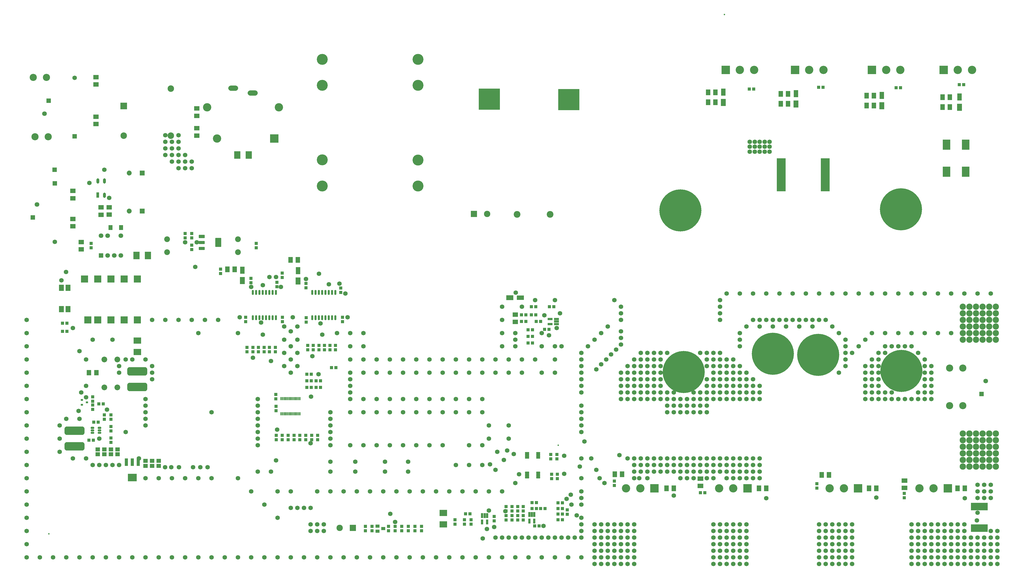
<source format=gbr>
G04 EAGLE Gerber RS-274X export*
G75*
%MOMM*%
%FSLAX34Y34*%
%LPD*%
%INSoldermask Top*%
%IPPOS*%
%AMOC8*
5,1,8,0,0,1.08239X$1,22.5*%
G01*
%ADD10C,0.553200*%
%ADD11R,1.303200X1.203200*%
%ADD12R,1.203200X1.303200*%
%ADD13C,2.203200*%
%ADD14R,1.703200X1.503200*%
%ADD15R,1.879600X1.879600*%
%ADD16C,1.879600*%
%ADD17R,1.753200X1.753200*%
%ADD18C,1.753200*%
%ADD19R,2.003200X1.803200*%
%ADD20R,2.703200X1.803200*%
%ADD21R,2.703200X1.903200*%
%ADD22R,1.803200X2.703200*%
%ADD23R,1.903200X2.703200*%
%ADD24R,3.003200X4.003200*%
%ADD25R,2.946200X2.362200*%
%ADD26R,2.362200X2.946200*%
%ADD27R,0.508000X1.193800*%
%ADD28C,0.506016*%
%ADD29C,0.431109*%
%ADD30R,1.828800X0.812800*%
%ADD31R,0.812800X1.828800*%
%ADD32R,1.803200X1.803200*%
%ADD33C,1.803200*%
%ADD34R,3.503200X2.903200*%
%ADD35R,1.203200X2.903200*%
%ADD36C,0.409087*%
%ADD37C,0.405575*%
%ADD38R,3.203200X3.203200*%
%ADD39C,3.203200*%
%ADD40R,3.353200X12.703200*%
%ADD41R,1.603200X1.203200*%
%ADD42R,1.903200X2.403200*%
%ADD43R,2.006200X1.803200*%
%ADD44R,1.803200X2.203200*%
%ADD45R,2.203200X1.803200*%
%ADD46R,6.403200X2.903200*%
%ADD47R,1.803200X2.006200*%
%ADD48C,2.603200*%
%ADD49C,16.203200*%
%ADD50R,2.743200X2.743200*%
%ADD51C,1.697694*%
%ADD52C,2.003200*%
%ADD53R,0.903200X0.803200*%
%ADD54R,0.803200X0.703200*%
%ADD55C,2.743200*%
%ADD56C,2.403200*%
%ADD57C,2.453200*%
%ADD58C,4.219200*%
%ADD59R,2.503200X2.503200*%
%ADD60C,2.503200*%
%ADD61R,1.603200X1.843200*%
%ADD62R,1.069200X2.006200*%
%ADD63C,1.069200*%
%ADD64R,2.453200X2.453200*%
%ADD65R,8.203200X8.203200*%


D10*
X2734310Y2039620D03*
X2095500Y381000D03*
X135890Y39370D03*
D11*
X1518920Y51190D03*
X1518920Y68190D03*
D12*
X1009461Y576190D03*
X1009461Y559190D03*
D11*
X1991750Y882650D03*
X2008750Y882650D03*
X1996050Y825500D03*
X1979050Y825500D03*
X2027800Y857250D03*
X2010800Y857250D03*
X1145150Y654345D03*
X1128150Y654345D03*
X2059550Y827193D03*
X2042550Y827193D03*
D12*
X892803Y856370D03*
X892803Y873370D03*
X1034612Y856370D03*
X1034612Y873370D03*
X913845Y1023230D03*
X913845Y1006230D03*
X1013744Y1007990D03*
X1013744Y990990D03*
X963930Y740800D03*
X963930Y757800D03*
X920750Y740800D03*
X920750Y757800D03*
X1125622Y855100D03*
X1125622Y872100D03*
X1265300Y856370D03*
X1265300Y873370D03*
X1125220Y987180D03*
X1125220Y1004180D03*
X1259263Y986400D03*
X1259263Y969400D03*
X1196118Y748420D03*
X1196118Y765420D03*
X1153369Y748420D03*
X1153369Y765420D03*
X796595Y1058790D03*
X796595Y1041790D03*
X1033780Y1043550D03*
X1033780Y1026550D03*
X2090316Y345050D03*
X2090316Y328050D03*
X2066290Y328050D03*
X2066290Y345050D03*
X2091690Y268850D03*
X2091690Y251850D03*
X2070100Y251850D03*
X2070100Y268850D03*
X3090276Y215450D03*
X3090276Y232450D03*
X3426737Y178750D03*
X3426737Y195750D03*
D11*
X2659300Y197656D03*
X2642300Y197656D03*
D12*
X2311630Y226150D03*
X2311630Y243150D03*
D11*
X2094620Y137160D03*
X2111620Y137160D03*
X2111620Y115570D03*
X2094620Y115570D03*
D12*
X2129790Y131690D03*
X2129790Y114690D03*
X1917700Y93100D03*
X1917700Y110100D03*
D11*
X2021450Y69850D03*
X2004450Y69850D03*
D12*
X1939290Y127390D03*
X1939290Y144390D03*
X1493520Y68190D03*
X1493520Y51190D03*
X1544320Y51190D03*
X1544320Y68190D03*
X1734820Y76590D03*
X1734820Y93590D03*
X1760220Y76590D03*
X1760220Y93590D03*
X1849134Y89290D03*
X1849134Y106290D03*
X1009650Y513470D03*
X1009650Y530470D03*
D13*
X349650Y711200D03*
X399650Y711200D03*
X349650Y603250D03*
X399650Y603250D03*
D12*
X304800Y567300D03*
X304800Y550300D03*
D11*
X309000Y469900D03*
X326000Y469900D03*
X289950Y400050D03*
X306950Y400050D03*
D14*
X400050Y365100D03*
X400050Y346100D03*
X374650Y365100D03*
X374650Y346100D03*
X349250Y365100D03*
X349250Y346100D03*
D15*
X494900Y1282700D03*
D16*
X444900Y1282700D03*
D15*
X494900Y1428750D03*
D16*
X444900Y1428750D03*
D17*
X158750Y1388850D03*
D18*
X158750Y1163850D03*
D19*
X260350Y1135350D03*
X260350Y1163350D03*
D12*
X298450Y1140850D03*
X298450Y1157850D03*
D19*
X368300Y1296700D03*
X368300Y1268700D03*
D14*
X323850Y365100D03*
X323850Y346100D03*
X558800Y301650D03*
X558800Y320650D03*
X533400Y301650D03*
X533400Y320650D03*
X508000Y301650D03*
X508000Y320650D03*
D13*
X590550Y1174350D03*
X590550Y1124350D03*
D12*
X685800Y1134500D03*
X685800Y1151500D03*
X933450Y1140850D03*
X933450Y1157850D03*
D13*
X863600Y1174350D03*
X863600Y1124350D03*
D17*
X234950Y1570250D03*
D18*
X234950Y1795250D03*
D20*
X1949500Y948571D03*
D21*
X1909500Y948571D03*
D22*
X880110Y1055050D03*
D23*
X880110Y1015050D03*
D22*
X2730500Y1740850D03*
D23*
X2730500Y1700850D03*
D22*
X3009900Y1734500D03*
D23*
X3009900Y1694500D03*
D22*
X3340100Y1728150D03*
D23*
X3340100Y1688150D03*
D22*
X3638550Y1721800D03*
D23*
X3638550Y1681800D03*
D22*
X1094310Y1053145D03*
D23*
X1094310Y1013145D03*
D24*
X3662850Y1433830D03*
X3588850Y1433830D03*
X3588850Y1537970D03*
X3662850Y1537970D03*
D25*
X1653540Y75690D03*
X1653540Y119890D03*
X476250Y739900D03*
X476250Y784100D03*
D26*
X517400Y1111250D03*
X473200Y1111250D03*
X860550Y1498600D03*
X904750Y1498600D03*
D27*
X1029780Y501682D03*
X1036280Y501682D03*
X1042780Y501682D03*
X1049280Y501682D03*
X1055780Y501682D03*
X1062280Y501682D03*
X1068780Y501682D03*
X1075280Y501682D03*
X1081780Y501682D03*
X1088280Y501682D03*
X1094780Y501682D03*
X1101280Y501682D03*
X1101280Y560038D03*
X1094780Y560038D03*
X1088280Y560038D03*
X1081780Y560038D03*
X1075280Y560038D03*
X1068780Y560038D03*
X1062280Y560038D03*
X1055780Y560038D03*
X1049280Y560038D03*
X1042780Y560038D03*
X1036280Y560038D03*
X1029780Y560038D03*
D28*
X922249Y962564D02*
X922249Y976036D01*
X922249Y962564D02*
X919277Y962564D01*
X919277Y976036D01*
X922249Y976036D01*
X922249Y967371D02*
X919277Y967371D01*
X919277Y972178D02*
X922249Y972178D01*
X934949Y976036D02*
X934949Y962564D01*
X931977Y962564D01*
X931977Y976036D01*
X934949Y976036D01*
X934949Y967371D02*
X931977Y967371D01*
X931977Y972178D02*
X934949Y972178D01*
X947649Y976036D02*
X947649Y962564D01*
X944677Y962564D01*
X944677Y976036D01*
X947649Y976036D01*
X947649Y967371D02*
X944677Y967371D01*
X944677Y972178D02*
X947649Y972178D01*
X960349Y976036D02*
X960349Y962564D01*
X957377Y962564D01*
X957377Y976036D01*
X960349Y976036D01*
X960349Y967371D02*
X957377Y967371D01*
X957377Y972178D02*
X960349Y972178D01*
X973049Y976036D02*
X973049Y962564D01*
X970077Y962564D01*
X970077Y976036D01*
X973049Y976036D01*
X973049Y967371D02*
X970077Y967371D01*
X970077Y972178D02*
X973049Y972178D01*
X985749Y976036D02*
X985749Y962564D01*
X982777Y962564D01*
X982777Y976036D01*
X985749Y976036D01*
X985749Y967371D02*
X982777Y967371D01*
X982777Y972178D02*
X985749Y972178D01*
X998449Y976036D02*
X998449Y962564D01*
X995477Y962564D01*
X995477Y976036D01*
X998449Y976036D01*
X998449Y967371D02*
X995477Y967371D01*
X995477Y972178D02*
X998449Y972178D01*
X1011149Y976036D02*
X1011149Y962564D01*
X1008177Y962564D01*
X1008177Y976036D01*
X1011149Y976036D01*
X1011149Y967371D02*
X1008177Y967371D01*
X1008177Y972178D02*
X1011149Y972178D01*
X1011149Y878936D02*
X1011149Y865464D01*
X1008177Y865464D01*
X1008177Y878936D01*
X1011149Y878936D01*
X1011149Y870271D02*
X1008177Y870271D01*
X1008177Y875078D02*
X1011149Y875078D01*
X998449Y878936D02*
X998449Y865464D01*
X995477Y865464D01*
X995477Y878936D01*
X998449Y878936D01*
X998449Y870271D02*
X995477Y870271D01*
X995477Y875078D02*
X998449Y875078D01*
X985749Y878936D02*
X985749Y865464D01*
X982777Y865464D01*
X982777Y878936D01*
X985749Y878936D01*
X985749Y870271D02*
X982777Y870271D01*
X982777Y875078D02*
X985749Y875078D01*
X973049Y878936D02*
X973049Y865464D01*
X970077Y865464D01*
X970077Y878936D01*
X973049Y878936D01*
X973049Y870271D02*
X970077Y870271D01*
X970077Y875078D02*
X973049Y875078D01*
X960349Y878936D02*
X960349Y865464D01*
X957377Y865464D01*
X957377Y878936D01*
X960349Y878936D01*
X960349Y870271D02*
X957377Y870271D01*
X957377Y875078D02*
X960349Y875078D01*
X947649Y878936D02*
X947649Y865464D01*
X944677Y865464D01*
X944677Y878936D01*
X947649Y878936D01*
X947649Y870271D02*
X944677Y870271D01*
X944677Y875078D02*
X947649Y875078D01*
X934949Y878936D02*
X934949Y865464D01*
X931977Y865464D01*
X931977Y878936D01*
X934949Y878936D01*
X934949Y870271D02*
X931977Y870271D01*
X931977Y875078D02*
X934949Y875078D01*
X922249Y878936D02*
X922249Y865464D01*
X919277Y865464D01*
X919277Y878936D01*
X922249Y878936D01*
X922249Y870271D02*
X919277Y870271D01*
X919277Y875078D02*
X922249Y875078D01*
X1150836Y962564D02*
X1150836Y976036D01*
X1150836Y962564D02*
X1147864Y962564D01*
X1147864Y976036D01*
X1150836Y976036D01*
X1150836Y967371D02*
X1147864Y967371D01*
X1147864Y972178D02*
X1150836Y972178D01*
X1163536Y976036D02*
X1163536Y962564D01*
X1160564Y962564D01*
X1160564Y976036D01*
X1163536Y976036D01*
X1163536Y967371D02*
X1160564Y967371D01*
X1160564Y972178D02*
X1163536Y972178D01*
X1176236Y976036D02*
X1176236Y962564D01*
X1173264Y962564D01*
X1173264Y976036D01*
X1176236Y976036D01*
X1176236Y967371D02*
X1173264Y967371D01*
X1173264Y972178D02*
X1176236Y972178D01*
X1188936Y976036D02*
X1188936Y962564D01*
X1185964Y962564D01*
X1185964Y976036D01*
X1188936Y976036D01*
X1188936Y967371D02*
X1185964Y967371D01*
X1185964Y972178D02*
X1188936Y972178D01*
X1201636Y976036D02*
X1201636Y962564D01*
X1198664Y962564D01*
X1198664Y976036D01*
X1201636Y976036D01*
X1201636Y967371D02*
X1198664Y967371D01*
X1198664Y972178D02*
X1201636Y972178D01*
X1214336Y976036D02*
X1214336Y962564D01*
X1211364Y962564D01*
X1211364Y976036D01*
X1214336Y976036D01*
X1214336Y967371D02*
X1211364Y967371D01*
X1211364Y972178D02*
X1214336Y972178D01*
X1227036Y976036D02*
X1227036Y962564D01*
X1224064Y962564D01*
X1224064Y976036D01*
X1227036Y976036D01*
X1227036Y967371D02*
X1224064Y967371D01*
X1224064Y972178D02*
X1227036Y972178D01*
X1239736Y976036D02*
X1239736Y962564D01*
X1236764Y962564D01*
X1236764Y976036D01*
X1239736Y976036D01*
X1239736Y967371D02*
X1236764Y967371D01*
X1236764Y972178D02*
X1239736Y972178D01*
X1239736Y878936D02*
X1239736Y865464D01*
X1236764Y865464D01*
X1236764Y878936D01*
X1239736Y878936D01*
X1239736Y870271D02*
X1236764Y870271D01*
X1236764Y875078D02*
X1239736Y875078D01*
X1227036Y878936D02*
X1227036Y865464D01*
X1224064Y865464D01*
X1224064Y878936D01*
X1227036Y878936D01*
X1227036Y870271D02*
X1224064Y870271D01*
X1224064Y875078D02*
X1227036Y875078D01*
X1214336Y878936D02*
X1214336Y865464D01*
X1211364Y865464D01*
X1211364Y878936D01*
X1214336Y878936D01*
X1214336Y870271D02*
X1211364Y870271D01*
X1211364Y875078D02*
X1214336Y875078D01*
X1201636Y878936D02*
X1201636Y865464D01*
X1198664Y865464D01*
X1198664Y878936D01*
X1201636Y878936D01*
X1201636Y870271D02*
X1198664Y870271D01*
X1198664Y875078D02*
X1201636Y875078D01*
X1188936Y878936D02*
X1188936Y865464D01*
X1185964Y865464D01*
X1185964Y878936D01*
X1188936Y878936D01*
X1188936Y870271D02*
X1185964Y870271D01*
X1185964Y875078D02*
X1188936Y875078D01*
X1176236Y878936D02*
X1176236Y865464D01*
X1173264Y865464D01*
X1173264Y878936D01*
X1176236Y878936D01*
X1176236Y870271D02*
X1173264Y870271D01*
X1173264Y875078D02*
X1176236Y875078D01*
X1163536Y878936D02*
X1163536Y865464D01*
X1160564Y865464D01*
X1160564Y878936D01*
X1163536Y878936D01*
X1163536Y870271D02*
X1160564Y870271D01*
X1160564Y875078D02*
X1163536Y875078D01*
X1150836Y878936D02*
X1150836Y865464D01*
X1147864Y865464D01*
X1147864Y878936D01*
X1150836Y878936D01*
X1150836Y870271D02*
X1147864Y870271D01*
X1147864Y875078D02*
X1150836Y875078D01*
D29*
X2012088Y350968D02*
X2023810Y350968D01*
X2012088Y350968D02*
X2012088Y353190D01*
X2023810Y353190D01*
X2023810Y350968D01*
X2023810Y344468D02*
X2012088Y344468D01*
X2012088Y346690D01*
X2023810Y346690D01*
X2023810Y344468D01*
X2023810Y337968D02*
X2012088Y337968D01*
X2012088Y340190D01*
X2023810Y340190D01*
X2023810Y337968D01*
X2023810Y331468D02*
X2012088Y331468D01*
X2012088Y333690D01*
X2023810Y333690D01*
X2023810Y331468D01*
X1980792Y331468D02*
X1969070Y331468D01*
X1969070Y333690D01*
X1980792Y333690D01*
X1980792Y331468D01*
X1980792Y337968D02*
X1969070Y337968D01*
X1969070Y340190D01*
X1980792Y340190D01*
X1980792Y337968D01*
X1980792Y344468D02*
X1969070Y344468D01*
X1969070Y346690D01*
X1980792Y346690D01*
X1980792Y344468D01*
X1980792Y350968D02*
X1969070Y350968D01*
X1969070Y353190D01*
X1980792Y353190D01*
X1980792Y350968D01*
D30*
X2088896Y847750D03*
X2088896Y857250D03*
X2088896Y866750D03*
X2064004Y866750D03*
X2064004Y847750D03*
D29*
X2023810Y275339D02*
X2012088Y275339D01*
X2012088Y277561D01*
X2023810Y277561D01*
X2023810Y275339D01*
X2023810Y268839D02*
X2012088Y268839D01*
X2012088Y271061D01*
X2023810Y271061D01*
X2023810Y268839D01*
X2023810Y262339D02*
X2012088Y262339D01*
X2012088Y264561D01*
X2023810Y264561D01*
X2023810Y262339D01*
X2023810Y255839D02*
X2012088Y255839D01*
X2012088Y258061D01*
X2023810Y258061D01*
X2023810Y255839D01*
X1980792Y255839D02*
X1969070Y255839D01*
X1969070Y258061D01*
X1980792Y258061D01*
X1980792Y255839D01*
X1980792Y262339D02*
X1969070Y262339D01*
X1969070Y264561D01*
X1980792Y264561D01*
X1980792Y262339D01*
X1980792Y268839D02*
X1969070Y268839D01*
X1969070Y271061D01*
X1980792Y271061D01*
X1980792Y268839D01*
X1980792Y275339D02*
X1969070Y275339D01*
X1969070Y277561D01*
X1980792Y277561D01*
X1980792Y275339D01*
D31*
X2003400Y114046D03*
X1993900Y114046D03*
X1984400Y114046D03*
X1984400Y89154D03*
X2003400Y89154D03*
X1821790Y110236D03*
X1812290Y110236D03*
X1802790Y110236D03*
X1802790Y85344D03*
X1821790Y85344D03*
D32*
X336550Y1111250D03*
D33*
X361950Y1111250D03*
X387350Y1111250D03*
X412750Y1111250D03*
X336550Y1187450D03*
X361950Y1187450D03*
X412750Y1187450D03*
D28*
X307986Y430136D02*
X307986Y427164D01*
X300014Y427164D01*
X300014Y430136D01*
X307986Y430136D01*
X307986Y446164D02*
X307986Y449136D01*
X307986Y446164D02*
X300014Y446164D01*
X300014Y449136D01*
X307986Y449136D01*
X334986Y449136D02*
X334986Y446164D01*
X327014Y446164D01*
X327014Y449136D01*
X334986Y449136D01*
X334986Y439636D02*
X334986Y436664D01*
X327014Y436664D01*
X327014Y439636D01*
X334986Y439636D01*
X334986Y430136D02*
X334986Y427164D01*
X327014Y427164D01*
X327014Y430136D01*
X334986Y430136D01*
X307986Y436664D02*
X307986Y439636D01*
X307986Y436664D02*
X300014Y436664D01*
X300014Y439636D01*
X307986Y439636D01*
D34*
X457200Y256250D03*
D35*
X434200Y315250D03*
X457200Y315250D03*
X480200Y315250D03*
D36*
X733121Y1181079D02*
X733121Y1189021D01*
X733121Y1181079D02*
X714679Y1181079D01*
X714679Y1189021D01*
X733121Y1189021D01*
X733121Y1184965D02*
X714679Y1184965D01*
X714679Y1188851D02*
X733121Y1188851D01*
X733121Y1166021D02*
X733121Y1158079D01*
X714679Y1158079D01*
X714679Y1166021D01*
X733121Y1166021D01*
X733121Y1161965D02*
X714679Y1161965D01*
X714679Y1165851D02*
X733121Y1165851D01*
X733121Y1143021D02*
X733121Y1135079D01*
X714679Y1135079D01*
X714679Y1143021D01*
X733121Y1143021D01*
X733121Y1138965D02*
X714679Y1138965D01*
X714679Y1142851D02*
X733121Y1142851D01*
D37*
X796638Y1146812D02*
X796638Y1177288D01*
X796638Y1146812D02*
X778162Y1146812D01*
X778162Y1177288D01*
X796638Y1177288D01*
X796638Y1150665D02*
X778162Y1150665D01*
X778162Y1154518D02*
X796638Y1154518D01*
X796638Y1158371D02*
X778162Y1158371D01*
X778162Y1162224D02*
X796638Y1162224D01*
X796638Y1166077D02*
X778162Y1166077D01*
X778162Y1169930D02*
X796638Y1169930D01*
X796638Y1173783D02*
X778162Y1173783D01*
D38*
X1003300Y1562100D03*
D39*
X783300Y1562100D03*
X1021300Y1682100D03*
X745300Y1682100D03*
D40*
X3122000Y1422400D03*
X2952750Y1422400D03*
D41*
X1421970Y59690D03*
X1399970Y50190D03*
X1399970Y69190D03*
D42*
X209550Y905150D03*
X184150Y905150D03*
X209550Y987150D03*
X184150Y987150D03*
D11*
X1569720Y68190D03*
X1569720Y51190D03*
X1123950Y418710D03*
X1123950Y401710D03*
X1169670Y401710D03*
X1169670Y418710D03*
X1056640Y401710D03*
X1056640Y418710D03*
X1079500Y401710D03*
X1079500Y418710D03*
X1101090Y401710D03*
X1101090Y418710D03*
D12*
X1128150Y603250D03*
X1145150Y603250D03*
X1180710Y603250D03*
X1163710Y603250D03*
X1128150Y628650D03*
X1145150Y628650D03*
X1180710Y628650D03*
X1163710Y628650D03*
D11*
X1146810Y401710D03*
X1146810Y418710D03*
D43*
X1930400Y855730D03*
X1930400Y884170D03*
D12*
X1970650Y857250D03*
X1953650Y857250D03*
X1970650Y882650D03*
X1953650Y882650D03*
X1979050Y800100D03*
X1996050Y800100D03*
X1991750Y914400D03*
X2008750Y914400D03*
X2061600Y914400D03*
X2078600Y914400D03*
X1979050Y774700D03*
X1996050Y774700D03*
X1223400Y679450D03*
X1240400Y679450D03*
D11*
X1007110Y757800D03*
X1007110Y740800D03*
X984250Y757800D03*
X984250Y740800D03*
X897890Y740800D03*
X897890Y757800D03*
X942340Y740800D03*
X942340Y757800D03*
D44*
X822930Y1058338D03*
X850930Y1058338D03*
X2700050Y1739900D03*
X2672050Y1739900D03*
X2979450Y1695450D03*
X2951450Y1695450D03*
X2700050Y1701800D03*
X2672050Y1701800D03*
X2979450Y1733550D03*
X2951450Y1733550D03*
D12*
X3113650Y1758950D03*
X3096650Y1758950D03*
X2846950Y1752600D03*
X2829950Y1752600D03*
D44*
X3309650Y1727200D03*
X3281650Y1727200D03*
X3601750Y1682750D03*
X3573750Y1682750D03*
X3309650Y1689100D03*
X3281650Y1689100D03*
X3601750Y1720850D03*
X3573750Y1720850D03*
D12*
X3654670Y1769110D03*
X3637670Y1769110D03*
X3412100Y1757762D03*
X3395100Y1757762D03*
D11*
X1238598Y765420D03*
X1238598Y748420D03*
X1217439Y765420D03*
X1217439Y748420D03*
X1132168Y748420D03*
X1132168Y765420D03*
X1174918Y748420D03*
X1174918Y765420D03*
D44*
X1065660Y1094954D03*
X1093660Y1094954D03*
X3290540Y214630D03*
X3318540Y214630D03*
X3630900Y214630D03*
X3658900Y214630D03*
X3136500Y266241D03*
X3108500Y266241D03*
D45*
X3427326Y244650D03*
X3427326Y216650D03*
D44*
X2512030Y214630D03*
X2540030Y214630D03*
X2867630Y214630D03*
X2895630Y214630D03*
D45*
X2642500Y251850D03*
X2642500Y223850D03*
D44*
X2340650Y269181D03*
X2312650Y269181D03*
D46*
X3715126Y61370D03*
X3715126Y144370D03*
D12*
X1756020Y116840D03*
X1739020Y116840D03*
X2094620Y93980D03*
X2111620Y93980D03*
X2094620Y158750D03*
X2111620Y158750D03*
X2044310Y137160D03*
X2027310Y137160D03*
X2011290Y160020D03*
X1994290Y160020D03*
D11*
X1960880Y93100D03*
X1960880Y110100D03*
D12*
X1994290Y137160D03*
X2011290Y137160D03*
D11*
X1939290Y110100D03*
X1939290Y93100D03*
X1894840Y93100D03*
X1894840Y110100D03*
X1033780Y418710D03*
X1033780Y401710D03*
X1960880Y127390D03*
X1960880Y144390D03*
X1468120Y51190D03*
X1468120Y68190D03*
X1353820Y68190D03*
X1353820Y51190D03*
X1379220Y51190D03*
X1379220Y68190D03*
X1442720Y68190D03*
X1442720Y51190D03*
X1010920Y401710D03*
X1010920Y418710D03*
X1697990Y93590D03*
X1697990Y76590D03*
X1894840Y144390D03*
X1894840Y127390D03*
X1917700Y144390D03*
X1917700Y127390D03*
D32*
X3723838Y578250D03*
D33*
X3739838Y628250D03*
D12*
X328050Y539750D03*
X345050Y539750D03*
D11*
X304800Y518550D03*
X304800Y535550D03*
D12*
X205350Y850900D03*
X188350Y850900D03*
X205350Y819150D03*
X188350Y819150D03*
D47*
X319020Y660400D03*
X290580Y660400D03*
D11*
X349250Y497450D03*
X349250Y480450D03*
X374650Y480450D03*
X374650Y497450D03*
X374650Y408550D03*
X374650Y391550D03*
X374650Y453000D03*
X374650Y436000D03*
D17*
X158450Y1441450D03*
D18*
X349550Y1441450D03*
D43*
X228600Y1360420D03*
X228600Y1331980D03*
X228600Y1252470D03*
X228600Y1224030D03*
X336550Y1296920D03*
X336550Y1268480D03*
D11*
X660400Y1195950D03*
X660400Y1178950D03*
X685800Y1178950D03*
X685800Y1195950D03*
D43*
X704850Y1677920D03*
X704850Y1649480D03*
X704850Y1601720D03*
X704850Y1573280D03*
X317500Y1617730D03*
X317500Y1646170D03*
X317500Y1770130D03*
X317500Y1798570D03*
D38*
X2739400Y1826530D03*
D39*
X2794000Y1826530D03*
X2848600Y1826530D03*
D38*
X3006100Y1826530D03*
D39*
X3060700Y1826530D03*
X3115300Y1826530D03*
D38*
X3301970Y1826530D03*
D39*
X3356570Y1826530D03*
X3411170Y1826530D03*
D38*
X3577600Y1826530D03*
D39*
X3632200Y1826530D03*
X3686800Y1826530D03*
D38*
X3248650Y214995D03*
D39*
X3194050Y214995D03*
X3139450Y214995D03*
D38*
X3593667Y214995D03*
D39*
X3539067Y214995D03*
X3484467Y214995D03*
D38*
X2465483Y214995D03*
D39*
X2410883Y214995D03*
X2356283Y214995D03*
D38*
X2823200Y214995D03*
D39*
X2768600Y214995D03*
X2714000Y214995D03*
D48*
X2063750Y1270000D03*
X1936750Y1270000D03*
D49*
X3415030Y666750D03*
X3094990Y728980D03*
X2921000Y732790D03*
X2578100Y662940D03*
X2565400Y1285240D03*
X3413760Y1289050D03*
D50*
X273050Y1021100D03*
X323850Y1021100D03*
X374650Y1021100D03*
X425450Y1021100D03*
X476250Y1021100D03*
X285750Y863600D03*
X323850Y863600D03*
X374650Y863600D03*
X425450Y863600D03*
X476250Y863600D03*
D51*
X446222Y672528D02*
X446222Y657472D01*
X446222Y672528D02*
X506278Y672528D01*
X506278Y657472D01*
X446222Y657472D01*
X446222Y612528D02*
X446222Y597472D01*
X446222Y612528D02*
X506278Y612528D01*
X506278Y597472D01*
X446222Y597472D01*
X204922Y443928D02*
X204922Y428872D01*
X204922Y443928D02*
X264978Y443928D01*
X264978Y428872D01*
X204922Y428872D01*
X204922Y383928D02*
X204922Y368872D01*
X204922Y383928D02*
X264978Y383928D01*
X264978Y368872D01*
X204922Y368872D01*
D52*
X911150Y1737000D02*
X929150Y1737000D01*
X854150Y1755500D02*
X836150Y1755500D01*
D53*
X263050Y555600D03*
X263050Y536600D03*
X283050Y546100D03*
D54*
X263050Y555600D03*
X263050Y536600D03*
X283050Y546100D03*
D55*
X133350Y1568450D03*
X82550Y1568450D03*
X3600450Y678226D03*
X3651250Y678226D03*
X3651250Y533036D03*
X3600450Y533036D03*
X76200Y1797050D03*
X127000Y1797050D03*
D56*
X3651250Y787400D03*
X3676650Y787400D03*
X3702050Y787400D03*
X3727450Y787400D03*
X3651250Y812800D03*
X3676650Y812800D03*
X3702050Y812800D03*
X3727450Y812800D03*
X3651250Y838200D03*
X3676650Y838200D03*
X3702050Y838200D03*
X3727450Y838200D03*
X3651250Y863600D03*
X3676650Y863600D03*
X3702050Y863600D03*
X3727450Y863600D03*
X3752850Y787400D03*
X3752850Y812800D03*
X3752850Y838200D03*
X3752850Y863600D03*
X3752850Y889000D03*
X3727450Y889000D03*
X3702050Y889000D03*
X3676650Y889000D03*
X3651250Y889000D03*
X3778250Y838200D03*
X3778250Y812800D03*
X3778250Y787400D03*
X3778250Y863600D03*
X3778250Y889000D03*
X3651250Y914400D03*
X3676650Y914400D03*
X3702050Y914400D03*
X3727450Y914400D03*
X3752850Y914400D03*
X3778250Y914400D03*
D57*
X3651250Y298450D03*
X3676650Y298450D03*
X3702050Y298450D03*
X3727450Y298450D03*
X3651250Y323850D03*
X3676650Y323850D03*
X3702050Y323850D03*
X3727450Y323850D03*
X3651250Y349250D03*
X3676650Y349250D03*
X3702050Y349250D03*
X3727450Y349250D03*
X3651250Y374650D03*
X3676650Y374650D03*
X3702050Y374650D03*
X3727450Y374650D03*
X3752850Y298450D03*
X3752850Y323850D03*
X3752850Y349250D03*
X3752850Y374650D03*
X3752850Y400050D03*
X3727450Y400050D03*
X3702050Y400050D03*
X3676650Y400050D03*
X3651250Y400050D03*
X3778250Y349250D03*
X3778250Y323850D03*
X3778250Y298450D03*
X3778250Y374650D03*
X3778250Y400050D03*
X3651250Y425450D03*
X3676650Y425450D03*
X3702050Y425450D03*
X3727450Y425450D03*
X3752850Y425450D03*
X3778250Y425450D03*
D58*
X1187450Y1866900D03*
X1187450Y1766824D03*
X1187450Y1479550D03*
X1187450Y1379474D03*
X1555750Y1478756D03*
X1555750Y1378680D03*
X1555750Y1866900D03*
X1555750Y1766824D03*
D32*
X135000Y1707750D03*
D33*
X119000Y1657750D03*
D59*
X423850Y1687200D03*
D60*
X423850Y1573200D03*
X604850Y1573200D03*
X604850Y1754200D03*
D32*
X74550Y1257700D03*
D33*
X90550Y1307700D03*
D61*
X373550Y1219200D03*
X413850Y1219200D03*
D62*
X323850Y1344100D03*
D63*
X349250Y1339415D02*
X349250Y1348785D01*
X349250Y1394415D02*
X349250Y1403785D01*
X323850Y1403785D02*
X323850Y1394415D01*
D64*
X1771436Y1271524D03*
D57*
X1822236Y1271524D03*
D64*
X1305520Y62230D03*
D57*
X1254720Y62230D03*
D65*
X1830070Y1713230D03*
X2136140Y1711960D03*
D18*
X292100Y1390650D03*
X2195830Y394970D03*
X2143760Y190500D03*
X2997200Y863600D03*
X2971800Y863600D03*
X2921000Y863600D03*
X2895600Y863600D03*
X2870200Y863600D03*
X3048000Y863600D03*
X3073400Y863600D03*
X3098800Y863600D03*
X3124200Y863600D03*
X3200400Y711200D03*
X3200400Y736600D03*
X3200400Y685800D03*
X3175000Y660400D03*
X3200400Y762000D03*
X2717800Y939800D03*
X2717800Y889000D03*
X2717800Y863600D03*
X2743200Y965200D03*
X3200400Y787400D03*
X3175000Y812800D03*
X3149600Y838200D03*
X3022600Y863600D03*
X2946400Y863600D03*
X2717800Y914400D03*
X2794000Y965200D03*
X2844800Y965200D03*
X2895600Y965200D03*
X2946400Y965200D03*
X2997200Y965200D03*
X3048000Y965200D03*
X3098800Y965200D03*
X3149600Y965200D03*
X3200400Y965200D03*
X3251200Y965200D03*
X3302000Y965200D03*
X3352800Y965200D03*
X3403600Y965200D03*
X3454400Y965200D03*
X3505200Y965200D03*
X3556000Y965200D03*
X3606800Y965200D03*
X3606800Y812800D03*
X3556000Y812800D03*
X3505200Y812800D03*
X3454400Y812800D03*
X3403600Y812800D03*
X3352800Y812800D03*
X3302000Y812800D03*
X3276600Y787400D03*
X3251200Y762000D03*
X3225800Y736600D03*
X3657600Y965200D03*
X3708400Y965200D03*
X3759200Y965200D03*
X3022600Y838200D03*
X3073400Y838200D03*
X2971800Y838200D03*
X2921000Y838200D03*
X2870200Y838200D03*
X2844800Y863600D03*
X2819400Y838200D03*
X2794000Y812800D03*
X2794000Y787400D03*
X2794000Y762000D03*
X3708400Y120650D03*
X2146300Y152400D03*
X3759200Y177800D03*
X3733800Y177800D03*
X3708400Y177800D03*
X3708400Y203200D03*
X3733800Y203200D03*
X3759200Y203200D03*
X3759200Y228600D03*
X3733800Y228600D03*
X3708400Y228600D03*
X1832610Y307340D03*
X2118360Y340360D03*
X2118360Y270510D03*
X1144270Y567690D03*
X1173480Y654050D03*
X1932225Y968475D03*
X2089150Y831850D03*
X2101850Y889000D03*
X1074420Y873760D03*
X1285240Y873760D03*
X1804670Y21590D03*
X1849120Y66040D03*
X2038350Y69850D03*
X582930Y295910D03*
X2059940Y804500D03*
X869950Y873760D03*
X607060Y295910D03*
X746760Y295910D03*
X718820Y295910D03*
X690880Y295910D03*
X636270Y295910D03*
X958850Y806450D03*
X1187450Y806450D03*
X1860550Y355600D03*
X1898650Y360680D03*
X1028700Y990600D03*
X1276350Y965200D03*
X699350Y1067650D03*
X584200Y1574800D03*
X584200Y1549400D03*
X584200Y1524000D03*
X584200Y1498600D03*
X609600Y1498600D03*
X609600Y1524000D03*
X609600Y1549400D03*
X635000Y1549400D03*
X635000Y1524000D03*
X635000Y1498600D03*
X635000Y1574800D03*
X635000Y1473200D03*
X660400Y1473200D03*
X685800Y1473200D03*
X609600Y1473200D03*
X635000Y1447800D03*
X660400Y1447800D03*
X685800Y1447800D03*
X660400Y1498600D03*
X1125220Y1021080D03*
X1174750Y1041400D03*
X914400Y990600D03*
X958850Y996950D03*
X2851150Y1549400D03*
X2870200Y1549400D03*
X2889250Y1549400D03*
X2908300Y1549400D03*
X2832100Y1549400D03*
X2832100Y1530350D03*
X2851150Y1530350D03*
X2870200Y1530350D03*
X2889250Y1530350D03*
X2908300Y1530350D03*
X2908300Y1511300D03*
X2889250Y1511300D03*
X2870200Y1511300D03*
X2851150Y1511300D03*
X2832100Y1511300D03*
X660400Y1162050D03*
X704850Y1162050D03*
X1009745Y1028700D03*
X984181Y1028700D03*
X1253490Y1003300D03*
X1212768Y1000760D03*
X2222500Y330200D03*
X3658870Y176530D03*
X2241550Y285750D03*
X3318510Y179070D03*
X2273300Y234950D03*
X2540000Y186690D03*
X2254250Y254000D03*
X2895600Y176530D03*
X3302000Y660400D03*
X3302000Y635000D03*
X3302000Y609600D03*
X3302000Y584200D03*
X3327400Y584200D03*
X3327400Y609600D03*
X3352800Y584200D03*
X3378200Y558800D03*
X3378200Y584200D03*
X3352800Y558800D03*
X3327400Y558800D03*
X3302000Y558800D03*
X3276600Y558800D03*
X3276600Y584200D03*
X3276600Y609600D03*
X3276600Y635000D03*
X3276600Y660400D03*
X3403600Y558800D03*
X3454400Y558800D03*
X3429000Y558800D03*
X3479800Y558800D03*
X3505200Y558800D03*
X3505200Y584200D03*
X3479800Y584200D03*
X3505200Y609600D03*
X3505200Y635000D03*
X3530600Y635000D03*
X3530600Y609600D03*
X3530600Y584200D03*
X3530600Y558800D03*
X3530600Y660400D03*
X3505200Y660400D03*
X3505200Y685800D03*
X3530600Y685800D03*
X3505200Y711200D03*
X3479800Y736600D03*
X3454400Y762000D03*
X3429000Y762000D03*
X3403600Y762000D03*
X3378200Y762000D03*
X3352800Y736600D03*
X3352800Y762000D03*
X3327400Y736600D03*
X3327400Y711200D03*
X3327400Y685800D03*
X3302000Y685800D03*
X3302000Y711200D03*
X3276600Y685800D03*
X3327400Y660400D03*
X3327400Y635000D03*
X2387600Y254000D03*
X2406650Y254000D03*
X2438400Y254000D03*
X2330450Y342900D03*
X2489200Y711200D03*
X2514600Y736600D03*
X2463800Y660400D03*
X2489200Y609600D03*
X2463800Y609600D03*
X2463800Y635000D03*
X2489200Y635000D03*
X2489200Y660400D03*
X2489200Y685800D03*
X2463800Y685800D03*
X2463800Y711200D03*
X2463800Y736600D03*
X2489200Y736600D03*
X2641600Y736600D03*
X2667000Y736600D03*
X2667000Y711200D03*
X2667000Y685800D03*
X2692400Y685800D03*
X2692400Y711200D03*
X2692400Y736600D03*
X2717800Y736600D03*
X2717800Y711200D03*
X2717800Y685800D03*
X2743200Y685800D03*
X2743200Y711200D03*
X2768600Y711200D03*
X2768600Y685800D03*
X2794000Y685800D03*
X2794000Y660400D03*
X2768600Y660400D03*
X2743200Y660400D03*
X2717800Y660400D03*
X2692400Y660400D03*
X2692400Y635000D03*
X2667000Y635000D03*
X2667000Y609600D03*
X2641600Y584200D03*
X2667000Y584200D03*
X2616200Y558800D03*
X2565400Y558800D03*
X2590800Y558800D03*
X2540000Y558800D03*
X2514600Y584200D03*
X2489200Y584200D03*
X2489200Y558800D03*
X2514600Y558800D03*
X2463800Y558800D03*
X2463800Y584200D03*
X2641600Y558800D03*
X2667000Y558800D03*
X2692400Y558800D03*
X2692400Y584200D03*
X2692400Y609600D03*
X2717800Y609600D03*
X2717800Y635000D03*
X2743200Y635000D03*
X2743200Y609600D03*
X2743200Y584200D03*
X2717800Y584200D03*
X2717800Y558800D03*
X2743200Y558800D03*
X2768600Y558800D03*
X2768600Y584200D03*
X2768600Y609600D03*
X2768600Y635000D03*
X2794000Y635000D03*
X2794000Y609600D03*
X2794000Y584200D03*
X2794000Y558800D03*
X2819400Y558800D03*
X2819400Y584200D03*
X2819400Y609600D03*
X2819400Y635000D03*
X2844800Y609600D03*
X2844800Y635000D03*
X2844800Y584200D03*
X2844800Y558800D03*
X2870200Y558800D03*
X2870200Y584200D03*
X2870200Y609600D03*
X2438400Y558800D03*
X2438400Y584200D03*
X2438400Y609600D03*
X2438400Y635000D03*
X2438400Y660400D03*
X2438400Y685800D03*
X2438400Y711200D03*
X2438400Y736600D03*
X2413000Y736600D03*
X2413000Y711200D03*
X2413000Y685800D03*
X2413000Y660400D03*
X2413000Y635000D03*
X2413000Y609600D03*
X2413000Y584200D03*
X2413000Y558800D03*
X2387600Y558800D03*
X2387600Y584200D03*
X2387600Y609600D03*
X2387600Y660400D03*
X2387600Y635000D03*
X2387600Y685800D03*
X2387600Y711200D03*
X2362200Y685800D03*
X2362200Y635000D03*
X2362200Y660400D03*
X2362200Y609600D03*
X2362200Y584200D03*
X2362200Y558800D03*
X2336800Y558800D03*
X2336800Y584200D03*
X2336800Y609600D03*
X2336800Y635000D03*
X2336800Y660400D03*
X2819400Y660400D03*
X2540000Y584200D03*
X2616200Y584200D03*
X2565400Y533400D03*
X2616200Y533400D03*
X2590800Y533400D03*
X2565400Y508000D03*
X2540000Y508000D03*
X2540000Y533400D03*
X2514600Y533400D03*
X2514600Y508000D03*
X2590800Y508000D03*
X2616200Y508000D03*
X2641600Y508000D03*
X2641600Y533400D03*
X2667000Y533400D03*
X2667000Y508000D03*
X2743200Y254000D03*
X2768600Y254000D03*
X2794000Y254000D03*
X2819400Y254000D03*
X2844800Y254000D03*
X2870200Y254000D03*
X2870200Y279400D03*
X2844800Y279400D03*
X2819400Y279400D03*
X2794000Y279400D03*
X2768600Y279400D03*
X2743200Y279400D03*
X2717800Y279400D03*
X2667000Y279400D03*
X2692400Y254000D03*
X2667000Y254000D03*
X2692400Y279400D03*
X2641600Y279400D03*
X2616200Y279400D03*
X2590800Y279400D03*
X2590800Y254000D03*
X2616200Y254000D03*
X2565400Y254000D03*
X2565400Y279400D03*
X2540000Y279400D03*
X2514600Y279400D03*
X2489200Y279400D03*
X2463800Y279400D03*
X2438400Y279400D03*
X2413000Y279400D03*
X2387600Y279400D03*
X2387600Y304800D03*
X2413000Y304800D03*
X2438400Y304800D03*
X2463800Y304800D03*
X2768600Y304800D03*
X2743200Y304800D03*
X2794000Y304800D03*
X2819400Y304800D03*
X2819400Y330200D03*
X2794000Y330200D03*
X2768600Y330200D03*
X2743200Y330200D03*
X2717800Y330200D03*
X2489200Y304800D03*
X2540000Y304800D03*
X2590800Y304800D03*
X2616200Y304800D03*
X2667000Y304800D03*
X2641600Y304800D03*
X2565400Y304800D03*
X2514600Y304800D03*
X2692400Y304800D03*
X2717800Y304800D03*
X2692400Y330200D03*
X2667000Y330200D03*
X2641600Y330200D03*
X2590800Y330200D03*
X2565400Y330200D03*
X2540000Y330200D03*
X2514600Y330200D03*
X2489200Y330200D03*
X2463800Y330200D03*
X2413000Y330200D03*
X2438400Y330200D03*
X2387600Y330200D03*
X2362200Y330200D03*
X2616200Y330200D03*
X2844800Y304800D03*
X2844800Y330200D03*
X2870200Y330200D03*
X2870200Y304800D03*
X1449070Y116840D03*
X1468120Y85090D03*
X1821180Y58420D03*
X1828800Y129540D03*
X1009650Y322580D03*
X1014095Y441325D03*
X254000Y742950D03*
X260350Y584200D03*
X228600Y831850D03*
X202308Y1047750D03*
X368300Y1333500D03*
X184150Y1016000D03*
X2260600Y76200D03*
X2260600Y50800D03*
X2260600Y25400D03*
X2286000Y25400D03*
X2286000Y50800D03*
X2286000Y76200D03*
X2311400Y76200D03*
X2311400Y50800D03*
X2311400Y25400D03*
X2336800Y25400D03*
X2336800Y50800D03*
X2336800Y76200D03*
X2235200Y76200D03*
X2235200Y50800D03*
X2235200Y25400D03*
X2362200Y25400D03*
X2362200Y50800D03*
X2362200Y76200D03*
X2387600Y76200D03*
X2387600Y50800D03*
X2387600Y25400D03*
X2692400Y76200D03*
X2717800Y76200D03*
X2743200Y76200D03*
X2768600Y76200D03*
X2768600Y50800D03*
X2743200Y50800D03*
X2717800Y50800D03*
X2692400Y50800D03*
X2692400Y25400D03*
X2717800Y25400D03*
X2743200Y25400D03*
X2768600Y25400D03*
X2794000Y25400D03*
X2794000Y50800D03*
X2794000Y76200D03*
X2819400Y76200D03*
X2819400Y50800D03*
X2819400Y25400D03*
X3657600Y76200D03*
X3657600Y50800D03*
X3657600Y25400D03*
X3683000Y25400D03*
X3708400Y25400D03*
X3733800Y25400D03*
X3759200Y25400D03*
X3759200Y50800D03*
X3632200Y76200D03*
X3606800Y76200D03*
X3556000Y76200D03*
X3581400Y76200D03*
X3530600Y76200D03*
X3505200Y76200D03*
X3479800Y76200D03*
X3454400Y76200D03*
X3632200Y50800D03*
X3632200Y25400D03*
X3606800Y25400D03*
X3606800Y50800D03*
X3581400Y50800D03*
X3556000Y50800D03*
X3530600Y50800D03*
X3479800Y50800D03*
X3505200Y50800D03*
X3454400Y50800D03*
X3454400Y25400D03*
X3479800Y25400D03*
X3530600Y25400D03*
X3556000Y25400D03*
X3581400Y25400D03*
X3505200Y25400D03*
X3098800Y76200D03*
X3124200Y76200D03*
X3149600Y76200D03*
X3175000Y76200D03*
X3200400Y76200D03*
X3200400Y50800D03*
X3175000Y50800D03*
X3149600Y50800D03*
X3124200Y50800D03*
X3098800Y50800D03*
X3098800Y25400D03*
X3149600Y25400D03*
X3124200Y25400D03*
X3175000Y25400D03*
X3200400Y25400D03*
X3225800Y25400D03*
X3225800Y50800D03*
X3225800Y76200D03*
X1944370Y269240D03*
X1924050Y346710D03*
X3705860Y91440D03*
X2166620Y110490D03*
X2042160Y881380D03*
X952500Y853200D03*
X1181100Y849630D03*
X2127250Y173990D03*
X2311400Y939800D03*
X2336800Y914400D03*
X2336800Y889000D03*
X2336800Y863600D03*
X2286000Y838200D03*
X2260600Y812800D03*
X2235200Y787400D03*
X2209800Y762000D03*
X2184400Y736600D03*
X2184400Y711200D03*
X2184400Y685800D03*
X2184400Y660400D03*
X2184400Y635000D03*
X2184400Y609600D03*
X2184400Y584200D03*
X2184400Y533400D03*
X2184400Y508000D03*
X2184400Y482600D03*
X2184400Y457200D03*
X2184400Y431800D03*
X2184400Y254000D03*
X2184400Y330200D03*
X2184400Y203200D03*
X2184400Y177800D03*
X2184400Y152400D03*
X2184400Y101600D03*
X2184400Y76200D03*
X2184400Y50800D03*
X2184400Y25400D03*
X2159000Y25400D03*
X2133600Y25400D03*
X2108200Y25400D03*
X2082800Y25400D03*
X2057400Y25400D03*
X2032000Y25400D03*
X2006600Y25400D03*
X1981200Y25400D03*
X1955800Y25400D03*
X1930400Y25400D03*
X1905000Y25400D03*
X1879600Y25400D03*
X1854200Y25400D03*
X1193800Y76200D03*
X1193800Y50800D03*
X1168400Y50800D03*
X1168400Y76200D03*
X1143000Y76200D03*
X1143000Y50800D03*
X457200Y-50800D03*
X50800Y152400D03*
X508000Y457200D03*
X762000Y508000D03*
X939800Y482600D03*
X711200Y812800D03*
X1066800Y819150D03*
X863600Y812800D03*
X1244600Y812800D03*
X304800Y787400D03*
X279400Y711200D03*
X1892300Y127000D03*
X1143000Y388620D03*
X2235200Y0D03*
X2260600Y0D03*
X2286000Y0D03*
X2311400Y0D03*
X2336800Y0D03*
X2362200Y0D03*
X2387600Y0D03*
X2387600Y-25400D03*
X2387600Y-50800D03*
X2387600Y-76200D03*
X2362200Y-76200D03*
X2336800Y-76200D03*
X2311400Y-76200D03*
X2286000Y-76200D03*
X2260600Y-76200D03*
X2260600Y-50800D03*
X2260600Y-25400D03*
X2286000Y-25400D03*
X2311400Y-25400D03*
X2336800Y-25400D03*
X2362200Y-25400D03*
X2362200Y-50800D03*
X2336800Y-50800D03*
X2311400Y-50800D03*
X2286000Y-50800D03*
X2692400Y0D03*
X2692400Y-25400D03*
X2692400Y-50800D03*
X2692400Y-76200D03*
X2717800Y-76200D03*
X2717800Y-50800D03*
X2717800Y-25400D03*
X2717800Y0D03*
X2743200Y0D03*
X2743200Y-25400D03*
X2743200Y-50800D03*
X2743200Y-76200D03*
X2768600Y-76200D03*
X2768600Y-50800D03*
X2768600Y-25400D03*
X2768600Y0D03*
X2794000Y0D03*
X2794000Y-25400D03*
X2794000Y-50800D03*
X2794000Y-76200D03*
X2819400Y0D03*
X2819400Y-25400D03*
X2819400Y-50800D03*
X2819400Y-76200D03*
X3098800Y0D03*
X3098800Y-25400D03*
X3124200Y0D03*
X3124200Y-25400D03*
X3124200Y-50800D03*
X3124200Y-76200D03*
X3098800Y-76200D03*
X3098800Y-50800D03*
X3149600Y-25400D03*
X3149600Y0D03*
X3149600Y-50800D03*
X3149600Y-76200D03*
X3175000Y-76200D03*
X3175000Y-50800D03*
X3175000Y-25400D03*
X3175000Y0D03*
X3200400Y0D03*
X3200400Y-25400D03*
X3200400Y-50800D03*
X3200400Y-76200D03*
X3225800Y-76200D03*
X3225800Y-50800D03*
X3225800Y-25400D03*
X3225800Y0D03*
X3454400Y0D03*
X3454400Y-25400D03*
X3454400Y-50800D03*
X3454400Y-76200D03*
X3479800Y-76200D03*
X3479800Y-50800D03*
X3479800Y-25400D03*
X3479800Y0D03*
X3505200Y0D03*
X3505200Y-25400D03*
X3505200Y-50800D03*
X3505200Y-76200D03*
X3530600Y-76200D03*
X3530600Y-50800D03*
X3530600Y-25400D03*
X3530600Y0D03*
X3556000Y0D03*
X3556000Y-25400D03*
X3556000Y-50800D03*
X3556000Y-76200D03*
X3581400Y-76200D03*
X3581400Y-50800D03*
X3581400Y-25400D03*
X3581400Y0D03*
X3606800Y0D03*
X3606800Y-25400D03*
X3606800Y-50800D03*
X3606800Y-76200D03*
X3632200Y-76200D03*
X3632200Y-50800D03*
X3632200Y-25400D03*
X3632200Y0D03*
X3657600Y0D03*
X3657600Y-25400D03*
X3657600Y-50800D03*
X3657600Y-76200D03*
X3683000Y-76200D03*
X3683000Y-50800D03*
X3683000Y-25400D03*
X3683000Y0D03*
X3708400Y0D03*
X3708400Y-25400D03*
X3708400Y-50800D03*
X3708400Y-76200D03*
X3733800Y-76200D03*
X3733800Y-50800D03*
X3733800Y-25400D03*
X3733800Y0D03*
X3759200Y0D03*
X3759200Y-25400D03*
X3759200Y-50800D03*
X3759200Y-76200D03*
X3784600Y-76200D03*
X3784600Y-50800D03*
X3784600Y-25400D03*
X3784600Y0D03*
X3784600Y25400D03*
X3784600Y50800D03*
X2235200Y-25400D03*
X2235200Y-50800D03*
X2235200Y-76200D03*
X533400Y863600D03*
X584200Y863600D03*
X635000Y863600D03*
X685800Y863600D03*
X736600Y863600D03*
X787400Y863600D03*
X50800Y863600D03*
X50800Y812800D03*
X50800Y762000D03*
X50800Y711200D03*
X50800Y660400D03*
X50800Y609600D03*
X50800Y558800D03*
X50800Y508000D03*
X50800Y457200D03*
X50800Y406400D03*
X50800Y355600D03*
X50800Y304800D03*
X50800Y254000D03*
X50800Y203200D03*
X50800Y101600D03*
X50800Y50800D03*
X50800Y0D03*
X50800Y-50800D03*
X101600Y-50800D03*
X152400Y-50800D03*
X203200Y-50800D03*
X254000Y-50800D03*
X304800Y-50800D03*
X355600Y-50800D03*
X406400Y-50800D03*
X939800Y508000D03*
X939800Y533400D03*
X939800Y558800D03*
X939800Y457200D03*
X939800Y431800D03*
X939800Y406400D03*
X939800Y381000D03*
X1219200Y508000D03*
X1219200Y482600D03*
X1219200Y457200D03*
X1219200Y431800D03*
X1219200Y406400D03*
X1219200Y381000D03*
X1295400Y635000D03*
X1295400Y584200D03*
X1066800Y762000D03*
X1066800Y711200D03*
X1066800Y660400D03*
X1041400Y685800D03*
X1041400Y736600D03*
X1041400Y787400D03*
X1041400Y838200D03*
X1092200Y838200D03*
X1092200Y787400D03*
X1092200Y736600D03*
X1092200Y685800D03*
X1295400Y762000D03*
X1346200Y711200D03*
X1295400Y711200D03*
X1295400Y812800D03*
X1346200Y762000D03*
X1346200Y812800D03*
X381000Y787400D03*
X279400Y609600D03*
X406400Y660400D03*
X533400Y685800D03*
X533400Y660400D03*
X533400Y635000D03*
X508000Y711200D03*
X457200Y711200D03*
X431800Y711200D03*
X406400Y685800D03*
X508000Y558800D03*
X508000Y508000D03*
X508000Y533400D03*
X508000Y482600D03*
X920750Y717550D03*
X990600Y704850D03*
X1149350Y723900D03*
X1143000Y139700D03*
X1117600Y139700D03*
X1092200Y139700D03*
X1066800Y139700D03*
X1219200Y317500D03*
X1314450Y317500D03*
X1428750Y317500D03*
X1517650Y317500D03*
X1314450Y279400D03*
X1219200Y279400D03*
X1428750Y279400D03*
X1517650Y279400D03*
X1828800Y406400D03*
X1905000Y406400D03*
X1905000Y457200D03*
X1828800Y457200D03*
X2178050Y298450D03*
X1885950Y323850D03*
X1854200Y285750D03*
X1930400Y234950D03*
X359410Y518160D03*
X250190Y513080D03*
X2336800Y819150D03*
X2336800Y793750D03*
X2336800Y768350D03*
X2317750Y749300D03*
X2298700Y730250D03*
X2279650Y711200D03*
X2260600Y692150D03*
X2241550Y673100D03*
X914400Y-50800D03*
X508000Y-50800D03*
X558800Y-50800D03*
X609600Y-50800D03*
X660400Y-50800D03*
X711200Y-50800D03*
X762000Y-50800D03*
X812800Y-50800D03*
X863600Y-50800D03*
X965200Y-50800D03*
X1016000Y-50800D03*
X1066800Y-50800D03*
X1117600Y-50800D03*
X1168400Y-50800D03*
X1219200Y-50800D03*
X1270000Y-50800D03*
X1320800Y-50800D03*
X1371600Y-50800D03*
X1422400Y-50800D03*
X1473200Y-50800D03*
X1524000Y-50800D03*
X1574800Y-50800D03*
X1625600Y-50800D03*
X1676400Y-50800D03*
X1727200Y-50800D03*
X1778000Y-50800D03*
X1828800Y-50800D03*
X1879600Y-50800D03*
X1930400Y-50800D03*
X1981200Y-50800D03*
X2032000Y-50800D03*
X2082800Y-50800D03*
X2133600Y-50800D03*
X2184400Y-50800D03*
X1879600Y203200D03*
X1828800Y203200D03*
X1778000Y203200D03*
X1727200Y203200D03*
X1676400Y203200D03*
X1625600Y203200D03*
X1574800Y203200D03*
X1524000Y203200D03*
X1473200Y203200D03*
X1422400Y203200D03*
X1371600Y203200D03*
X1320800Y203200D03*
X1270000Y203200D03*
X1219200Y203200D03*
X1168400Y203200D03*
X1066800Y203200D03*
X939800Y279400D03*
X990600Y279400D03*
X1016000Y203200D03*
X914400Y203200D03*
X965200Y152400D03*
X1016000Y101600D03*
X863600Y254000D03*
X482600Y330200D03*
X762000Y254000D03*
X711200Y254000D03*
X660400Y254000D03*
X609600Y254000D03*
X558800Y254000D03*
X508000Y254000D03*
X381000Y304800D03*
X355600Y304800D03*
X330200Y304800D03*
X406400Y304800D03*
X304800Y304800D03*
X279400Y330200D03*
X228600Y330200D03*
X177800Y355600D03*
X177800Y406400D03*
X177800Y457200D03*
X203200Y482600D03*
X254000Y482600D03*
X431800Y431800D03*
X330200Y406400D03*
X2032000Y812800D03*
X1879600Y914400D03*
X1879600Y863600D03*
X1879600Y812800D03*
X1879600Y762000D03*
X1930400Y762000D03*
X2032000Y762000D03*
X2082800Y762000D03*
X2108200Y762000D03*
X1930400Y812800D03*
X1930400Y787400D03*
X1955800Y914400D03*
X2006600Y939800D03*
X2082800Y939800D03*
X1397000Y711200D03*
X1447800Y711200D03*
X1498600Y711200D03*
X1549400Y711200D03*
X1600200Y711200D03*
X1651000Y711200D03*
X1701800Y711200D03*
X1752600Y711200D03*
X1803400Y711200D03*
X1854200Y711200D03*
X1905000Y711200D03*
X1955800Y711200D03*
X2006600Y711200D03*
X2082800Y711200D03*
X2082800Y660400D03*
X2032000Y660400D03*
X1955800Y660400D03*
X1905000Y660400D03*
X1854200Y660400D03*
X1803400Y660400D03*
X1752600Y660400D03*
X1701800Y660400D03*
X1651000Y660400D03*
X1600200Y660400D03*
X1549400Y660400D03*
X1498600Y660400D03*
X1447800Y660400D03*
X1397000Y660400D03*
X1346200Y660400D03*
X1295400Y660400D03*
X1295400Y609600D03*
X1295400Y558800D03*
X1346200Y558800D03*
X1397000Y558800D03*
X1447800Y558800D03*
X1498600Y558800D03*
X1549400Y558800D03*
X1600200Y558800D03*
X1651000Y558800D03*
X1701800Y558800D03*
X1752600Y558800D03*
X1803400Y558800D03*
X1295400Y508000D03*
X1346200Y508000D03*
X1397000Y508000D03*
X1447800Y508000D03*
X1498600Y508000D03*
X1549400Y508000D03*
X1600200Y508000D03*
X1651000Y508000D03*
X1701800Y508000D03*
X1752600Y508000D03*
X1803400Y508000D03*
X1295400Y381000D03*
X1346200Y381000D03*
X1397000Y381000D03*
X1447800Y381000D03*
X1498600Y381000D03*
X1549400Y381000D03*
X1600200Y381000D03*
X1651000Y381000D03*
X1752600Y381000D03*
X1803400Y381000D03*
X1752600Y304800D03*
X1803400Y304800D03*
X1701800Y304800D03*
X279400Y565150D03*
M02*

</source>
